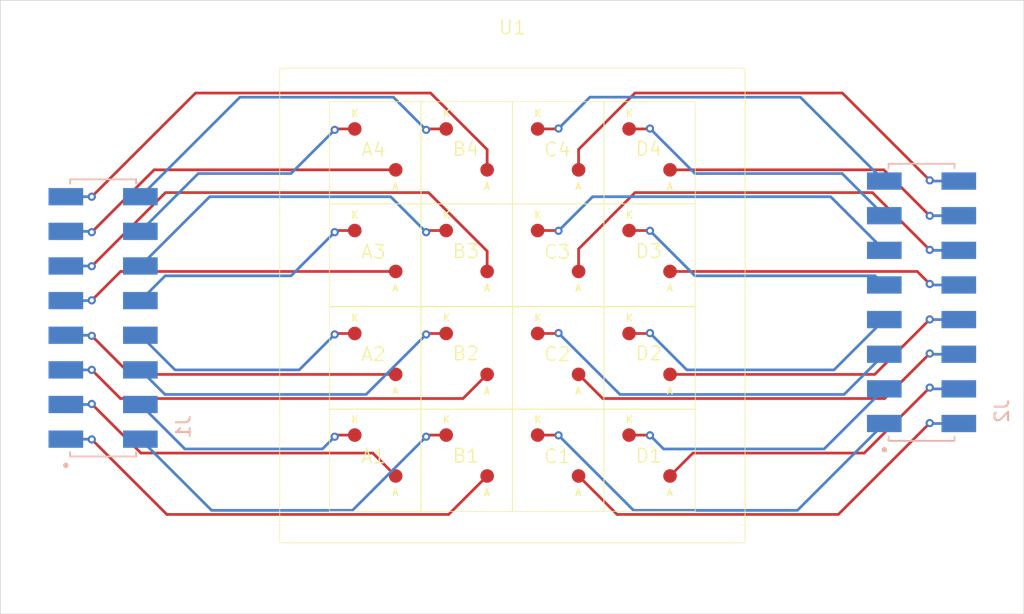
<source format=kicad_pcb>
(kicad_pcb (version 20241229) (generator "pcbnew") (generator_version "9.0")
  (layers (0 "F.Cu" signal) (2 "B.Cu" signal) (13 "F.Paste" user) (15 "B.Paste" user) (5 "F.SilkS" user "F.Silkscreen") (7 "B.SilkS" user "B.Silkscreen") (1 "F.Mask" user) (3 "B.Mask" user) (25 "Edge.Cuts" user))
  (net 0 "")
  (net 1 "Net-(J1-Pad16)")
  (net 2 "Net-(J1-Pad09)")
  (net 3 "Net-(J1-Pad10)")
  (net 4 "Net-(J1-Pad12)")
  (net 5 "Net-(J1-Pad03)")
  (net 6 "Net-(J1-Pad08)")
  (net 7 "Net-(J1-Pad05)")
  (net 8 "Net-(J1-Pad04)")
  (net 9 "Net-(J1-Pad02)")
  (net 10 "Net-(J1-Pad13)")
  (net 11 "Net-(J1-Pad06)")
  (net 12 "Net-(J1-Pad07)")
  (net 13 "Net-(J1-Pad14)")
  (net 14 "Net-(J1-Pad15)")
  (net 15 "Net-(J1-Pad11)")
  (net 16 "Net-(J1-Pad01)")
  (net 17 "Net-(J2-Pad13)")
  (net 18 "Net-(J2-Pad01)")
  (net 19 "Net-(J2-Pad04)")
  (net 20 "Net-(J2-Pad15)")
  (net 21 "Net-(J2-Pad02)")
  (net 22 "Net-(J2-Pad06)")
  (net 23 "Net-(J2-Pad14)")
  (net 24 "Net-(J2-Pad08)")
  (net 25 "Net-(J2-Pad11)")
  (net 26 "Net-(J2-Pad05)")
  (net 27 "Net-(J2-Pad03)")
  (net 28 "Net-(J2-Pad09)")
  (net 29 "Net-(J2-Pad10)")
  (net 30 "Net-(J2-Pad07)")
  (net 31 "Net-(J2-Pad12)")
  (net 32 "Net-(J2-Pad16)")
  (footprint "S13775-9121:mini-tile" (layer "F.Cu") (at 148.62 90.13)
    (property "Reference" "U1" (at 0 -20.45 0) (layer "F.SilkS") (effects (font (thickness 0.1))))
    (property "Value" "~")
    (fp_rect (start -17.05 -17.45) (end 17.05 17.35) (stroke (width 0.05)) (fill no) (layer "F.SilkS"))
    (fp_rect (start -13.4 -15) (end -6.7 -7.5) (stroke (width 0.05)) (fill no) (layer "F.SilkS"))
    (fp_rect (start -13.4 -7.5) (end -6.7 0) (stroke (width 0.05)) (fill no) (layer "F.SilkS"))
    (fp_rect (start -13.4 0.05) (end -6.7 7.55) (stroke (width 0.05)) (fill no) (layer "F.SilkS"))
    (fp_rect (start -13.4 7.55) (end -6.7 15.05) (stroke (width 0.05)) (fill no) (layer "F.SilkS"))
    (fp_rect (start -6.7 -15) (end 0 -7.5) (stroke (width 0.05)) (fill no) (layer "F.SilkS"))
    (fp_rect (start -6.7 -7.5) (end 0 0) (stroke (width 0.05)) (fill no) (layer "F.SilkS"))
    (fp_rect (start -6.7 0.05) (end 0 7.55) (stroke (width 0.05)) (fill no) (layer "F.SilkS"))
    (fp_rect (start -6.7 7.55) (end 0 15.05) (stroke (width 0.05)) (fill no) (layer "F.SilkS"))
    (fp_rect (start 0 -15) (end 6.7 -7.5) (stroke (width 0.05)) (fill no) (layer "F.SilkS"))
    (fp_rect (start 0 -7.5) (end 6.7 0) (stroke (width 0.05)) (fill no) (layer "F.SilkS"))
    (fp_rect (start 0 0.05) (end 6.7 7.55) (stroke (width 0.05)) (fill no) (layer "F.SilkS"))
    (fp_rect (start 0 7.55) (end 6.7 15.05) (stroke (width 0.05)) (fill no) (layer "F.SilkS"))
    (fp_rect (start 6.7 -15) (end 13.4 -7.5) (stroke (width 0.05)) (fill no) (layer "F.SilkS"))
    (fp_rect (start 6.7 -7.5) (end 13.4 0) (stroke (width 0.05)) (fill no) (layer "F.SilkS"))
    (fp_rect (start 6.7 0.05) (end 13.4 7.55) (stroke (width 0.05)) (fill no) (layer "F.SilkS"))
    (fp_rect (start 6.7 7.55) (end 13.4 15.05) (stroke (width 0.05)) (fill no) (layer "F.SilkS"))
    (fp_text user "D1" (at 8.95 11.55 0) (layer "F.SilkS") (effects (font (thickness 0.1)) (justify left bottom)))
    (fp_text user "A" (at -8.85 -1.05 0) (layer "F.SilkS") (effects (font (size 0.5 0.5) (thickness 0.1)) (justify left bottom)))
    (fp_text user "A" (at -2.15 -1.05 0) (layer "F.SilkS") (effects (font (size 0.5 0.5) (thickness 0.1)) (justify left bottom)))
    (fp_text user "A2" (at -11.15 4.1 0) (layer "F.SilkS") (effects (font (thickness 0.1)) (justify left bottom)))
    (fp_text user "B4" (at -4.45 -10.95 0) (layer "F.SilkS") (effects (font (thickness 0.1)) (justify left bottom)))
    (fp_text user "A" (at -8.85 6.5 0) (layer "F.SilkS") (effects (font (size 0.5 0.5) (thickness 0.1)) (justify left bottom)))
    (fp_text user "K" (at -5.15 1.15 0) (layer "F.SilkS") (effects (font (size 0.5 0.5) (thickness 0.1)) (justify left bottom)))
    (fp_text user "A" (at -8.85 -8.5 0) (layer "F.SilkS") (effects (font (size 0.5 0.5) (thickness 0.1)) (justify left bottom)))
    (fp_text user "K" (at 1.55 -6.4 0) (layer "F.SilkS") (effects (font (size 0.5 0.5) (thickness 0.1)) (justify left bottom)))
    (fp_text user "K" (at 1.55 -13.85 0) (layer "F.SilkS") (effects (font (size 0.5 0.5) (thickness 0.1)) (justify left bottom)))
    (fp_text user "A" (at 11.25 6.5 0) (layer "F.SilkS") (effects (font (size 0.5 0.5) (thickness 0.1)) (justify left bottom)))
    (fp_text user "K" (at -11.85 8.6 0) (layer "F.SilkS") (effects (font (size 0.5 0.5) (thickness 0.1)) (justify left bottom)))
    (fp_text user "K" (at 8.25 -6.4 0) (layer "F.SilkS") (effects (font (size 0.5 0.5) (thickness 0.1)) (justify left bottom)))
    (fp_text user "D3" (at 8.95 -3.45 0) (layer "F.SilkS") (effects (font (thickness 0.1)) (justify left bottom)))
    (fp_text user "K" (at 1.55 8.6 0) (layer "F.SilkS") (effects (font (size 0.5 0.5) (thickness 0.1)) (justify left bottom)))
    (fp_text user "C3" (at 2.25 -3.4 0) (layer "F.SilkS") (effects (font (thickness 0.1)) (justify left bottom)))
    (fp_text user "A" (at 4.55 6.5 0) (layer "F.SilkS") (effects (font (size 0.5 0.5) (thickness 0.1)) (justify left bottom)))
    (fp_text user "C4" (at 2.25 -10.9 0) (layer "F.SilkS") (effects (font (thickness 0.1)) (justify left bottom)))
    (fp_text user "A" (at -2.15 13.95 0) (layer "F.SilkS") (effects (font (size 0.5 0.5) (thickness 0.1)) (justify left bottom)))
    (fp_text user "A" (at -2.15 -8.5 0) (layer "F.SilkS") (effects (font (size 0.5 0.5) (thickness 0.1)) (justify left bottom)))
    (fp_text user "B2" (at -4.45 4.05 0) (layer "F.SilkS") (effects (font (thickness 0.1)) (justify left bottom)))
    (fp_text user "A1" (at -11.15 11.6 0) (layer "F.SilkS") (effects (font (thickness 0.1)) (justify left bottom)))
    (fp_text user "A" (at 11.25 -8.5 0) (layer "F.SilkS") (effects (font (size 0.5 0.5) (thickness 0.1)) (justify left bottom)))
    (fp_text user "K" (at -5.15 -13.85 0) (layer "F.SilkS") (effects (font (size 0.5 0.5) (thickness 0.1)) (justify left bottom)))
    (fp_text user "K" (at -11.85 -13.85 0) (layer "F.SilkS") (effects (font (size 0.5 0.5) (thickness 0.1)) (justify left bottom)))
    (fp_text user "A" (at 11.25 -1.05 0) (layer "F.SilkS") (effects (font (size 0.5 0.5) (thickness 0.1)) (justify left bottom)))
    (fp_text user "K" (at 8.25 -13.85 0) (layer "F.SilkS") (effects (font (size 0.5 0.5) (thickness 0.1)) (justify left bottom)))
    (fp_text user "A" (at -2.15 6.5 0) (layer "F.SilkS") (effects (font (size 0.5 0.5) (thickness 0.1)) (justify left bottom)))
    (fp_text user "K" (at -5.15 8.6 0) (layer "F.SilkS") (effects (font (size 0.5 0.5) (thickness 0.1)) (justify left bottom)))
    (fp_text user "K" (at 8.25 8.6 0) (layer "F.SilkS") (effects (font (size 0.5 0.5) (thickness 0.1)) (justify left bottom)))
    (fp_text user "K" (at 8.25 1.15 0) (layer "F.SilkS") (effects (font (size 0.5 0.5) (thickness 0.1)) (justify left bottom)))
    (fp_text user "K" (at 1.55 1.15 0) (layer "F.SilkS") (effects (font (size 0.5 0.5) (thickness 0.1)) (justify left bottom)))
    (fp_text user "A" (at 11.25 13.95 0) (layer "F.SilkS") (effects (font (size 0.5 0.5) (thickness 0.1)) (justify left bottom)))
    (fp_text user "A4" (at -11.15 -10.9 0) (layer "F.SilkS") (effects (font (thickness 0.1)) (justify left bottom)))
    (fp_text user "A" (at 4.55 13.95 0) (layer "F.SilkS") (effects (font (size 0.5 0.5) (thickness 0.1)) (justify left bottom)))
    (fp_text user "B3" (at -4.45 -3.45 0) (layer "F.SilkS") (effects (font (thickness 0.1)) (justify left bottom)))
    (fp_text user "A" (at 4.55 -8.5 0) (layer "F.SilkS") (effects (font (size 0.5 0.5) (thickness 0.1)) (justify left bottom)))
    (fp_text user "B1" (at -4.45 11.55 0) (layer "F.SilkS") (effects (font (thickness 0.1)) (justify left bottom)))
    (fp_text user "K" (at -11.85 -6.4 0) (layer "F.SilkS") (effects (font (size 0.5 0.5) (thickness 0.1)) (justify left bottom)))
    (fp_text user "C2" (at 2.25 4.1 0) (layer "F.SilkS") (effects (font (thickness 0.1)) (justify left bottom)))
    (fp_text user "K" (at -11.85 1.15 0) (layer "F.SilkS") (effects (font (size 0.5 0.5) (thickness 0.1)) (justify left bottom)))
    (fp_text user "D2" (at 8.95 4.05 0) (layer "F.SilkS") (effects (font (thickness 0.1)) (justify left bottom)))
    (fp_text user "A" (at -8.85 13.95 0) (layer "F.SilkS") (effects (font (size 0.5 0.5) (thickness 0.1)) (justify left bottom)))
    (fp_text user "C1" (at 2.25 11.6 0) (layer "F.SilkS") (effects (font (thickness 0.1)) (justify left bottom)))
    (fp_text user "A" (at 4.55 -1.05 0) (layer "F.SilkS") (effects (font (size 0.5 0.5) (thickness 0.1)) (justify left bottom)))
    (fp_text user "A3" (at -11.15 -3.4 0) (layer "F.SilkS") (effects (font (thickness 0.1)) (justify left bottom)))
    (fp_text user "D4" (at 8.95 -10.95 0) (layer "F.SilkS") (effects (font (thickness 0.1)) (justify left bottom)))
    (fp_text user "K" (at -5.15 -6.4 0) (layer "F.SilkS") (effects (font (size 0.5 0.5) (thickness 0.1)) (justify left bottom)))
    (pad "AA1" smd circle (at -8.55 12.45) (size 1 1) (layers "F.Cu" "F.Mask" "F.Paste") (net 5 "Net-(J1-Pad03)"))
    (pad "AA2" smd circle (at -8.55 5) (size 1 1) (layers "F.Cu" "F.Mask" "F.Paste") (net 12 "Net-(J1-Pad07)"))
    (pad "AA3" smd circle (at -8.55 -2.55) (size 1 1) (layers "F.Cu" "F.Mask" "F.Paste") (net 2 "Net-(J1-Pad09)"))
    (pad "AA4" smd circle (at -8.55 -10) (size 1 1) (layers "F.Cu" "F.Mask" "F.Paste") (net 10 "Net-(J1-Pad13)"))
    (pad "AB1" smd circle (at -1.85 12.45) (size 1 1) (layers "F.Cu" "F.Mask" "F.Paste") (net 16 "Net-(J1-Pad01)"))
    (pad "AB2" smd circle (at -1.85 5) (size 1 1) (layers "F.Cu" "F.Mask" "F.Paste") (net 7 "Net-(J1-Pad05)"))
    (pad "AB3" smd circle (at -1.85 -2.55) (size 1 1) (layers "F.Cu" "F.Mask" "F.Paste") (net 15 "Net-(J1-Pad11)"))
    (pad "AB4" smd circle (at -1.85 -10) (size 1 1) (layers "F.Cu" "F.Mask" "F.Paste") (net 14 "Net-(J1-Pad15)"))
    (pad "AC1" smd circle (at 4.85 12.45) (size 1 1) (layers "F.Cu" "F.Mask" "F.Paste") (net 21 "Net-(J2-Pad02)"))
    (pad "AC2" smd circle (at 4.85 5) (size 1 1) (layers "F.Cu" "F.Mask" "F.Paste") (net 22 "Net-(J2-Pad06)"))
    (pad "AC3" smd circle (at 4.85 -2.55) (size 1 1) (layers "F.Cu" "F.Mask" "F.Paste") (net 31 "Net-(J2-Pad12)"))
    (pad "AC4" smd circle (at 4.85 -10) (size 1 1) (layers "F.Cu" "F.Mask" "F.Paste") (net 32 "Net-(J2-Pad16)"))
    (pad "AD1" smd circle (at 11.55 12.45) (size 1 1) (layers "F.Cu" "F.Mask" "F.Paste") (net 19 "Net-(J2-Pad04)"))
    (pad "AD2" smd circle (at 11.55 5) (size 1 1) (layers "F.Cu" "F.Mask" "F.Paste") (net 24 "Net-(J2-Pad08)"))
    (pad "AD3" smd circle (at 11.55 -2.55) (size 1 1) (layers "F.Cu" "F.Mask" "F.Paste") (net 29 "Net-(J2-Pad10)"))
    (pad "AD4" smd circle (at 11.55 -10) (size 1 1) (layers "F.Cu" "F.Mask" "F.Paste") (net 23 "Net-(J2-Pad14)"))
    (pad "KA1" smd circle (at -11.55 9.45) (size 1 1) (layers "F.Cu" "F.Mask" "F.Paste") (net 8 "Net-(J1-Pad04)"))
    (pad "KA2" smd circle (at -11.55 2) (size 1 1) (layers "F.Cu" "F.Mask" "F.Paste") (net 6 "Net-(J1-Pad08)"))
    (pad "KA3" smd circle (at -11.55 -5.55) (size 1 1) (layers "F.Cu" "F.Mask" "F.Paste") (net 3 "Net-(J1-Pad10)"))
    (pad "KA4" smd circle (at -11.55 -13) (size 1 1) (layers "F.Cu" "F.Mask" "F.Paste") (net 13 "Net-(J1-Pad14)"))
    (pad "KB1" smd circle (at -4.85 9.45) (size 1 1) (layers "F.Cu" "F.Mask" "F.Paste") (net 9 "Net-(J1-Pad02)"))
    (pad "KB2" smd circle (at -4.85 2) (size 1 1) (layers "F.Cu" "F.Mask" "F.Paste") (net 11 "Net-(J1-Pad06)"))
    (pad "KB3" smd circle (at -4.85 -5.55) (size 1 1) (layers "F.Cu" "F.Mask" "F.Paste") (net 4 "Net-(J1-Pad12)"))
    (pad "KB4" smd circle (at -4.85 -13) (size 1 1) (layers "F.Cu" "F.Mask" "F.Paste") (net 1 "Net-(J1-Pad16)"))
    (pad "KC1" smd circle (at 1.85 9.45) (size 1 1) (layers "F.Cu" "F.Mask" "F.Paste") (net 18 "Net-(J2-Pad01)"))
    (pad "KC2" smd circle (at 1.85 2) (size 1 1) (layers "F.Cu" "F.Mask" "F.Paste") (net 26 "Net-(J2-Pad05)"))
    (pad "KC3" smd circle (at 1.85 -5.55) (size 1 1) (layers "F.Cu" "F.Mask" "F.Paste") (net 25 "Net-(J2-Pad11)"))
    (pad "KC4" smd circle (at 1.85 -13) (size 1 1) (layers "F.Cu" "F.Mask" "F.Paste") (net 20 "Net-(J2-Pad15)"))
    (pad "KD1" smd circle (at 8.55 9.45) (size 1 1) (layers "F.Cu" "F.Mask" "F.Paste") (net 27 "Net-(J2-Pad03)"))
    (pad "KD2" smd circle (at 8.55 2) (size 1 1) (layers "F.Cu" "F.Mask" "F.Paste") (net 30 "Net-(J2-Pad07)"))
    (pad "KD3" smd circle (at 8.55 -5.55) (size 1 1) (layers "F.Cu" "F.Mask" "F.Paste") (net 28 "Net-(J2-Pad09)"))
    (pad "KD4" smd circle (at 8.55 -13) (size 1 1) (layers "F.Cu" "F.Mask" "F.Paste") (net 17 "Net-(J2-Pad13)"))
  )
  (footprint "95278_101A16LF:AMPHENOL_95278-101A16LF" (layer "B.Cu") (at 178.6 89.8425 90)
    (property "Reference" "J2" (at -7.985 5.885 90) (layer "B.SilkS") (effects (justify mirror)))
    (property "Value" "95278-101A16LF")
    (fp_line (start 9.845 -2.415) (end 10.16 -2.415) (stroke (width 0.127)) (layer "B.SilkS"))
    (fp_line (start -9.845 -2.415) (end -10.16 -2.415) (stroke (width 0.127)) (layer "B.SilkS"))
    (fp_line (start -10.16 -2.415) (end -10.16 2.415) (stroke (width 0.127)) (layer "B.SilkS"))
    (fp_line (start 10.16 2.415) (end 10.16 -2.415) (stroke (width 0.127)) (layer "B.SilkS"))
    (fp_line (start 9.845 2.415) (end 10.16 2.415) (stroke (width 0.127)) (layer "B.SilkS"))
    (fp_line (start -10.16 2.415) (end -9.845 2.415) (stroke (width 0.127)) (layer "B.SilkS"))
    (fp_circle (center -10.81 -2.73) (end -10.71 -2.73) (stroke (width 0.2)) (fill no) (layer "B.SilkS"))
    (pad "01" smd rect (at -8.89 -2.73 90) (size 1.27 2.54) (layers "B.Cu" "B.Mask" "B.Paste") (net 18 "Net-(J2-Pad01)"))
    (pad "02" smd rect (at -8.89 2.73 90) (size 1.27 2.54) (layers "B.Cu" "B.Mask" "B.Paste") (net 21 "Net-(J2-Pad02)"))
    (pad "03" smd rect (at -6.35 -2.73 90) (size 1.27 2.54) (layers "B.Cu" "B.Mask" "B.Paste") (net 27 "Net-(J2-Pad03)"))
    (pad "04" smd rect (at -6.35 2.73 90) (size 1.27 2.54) (layers "B.Cu" "B.Mask" "B.Paste") (net 19 "Net-(J2-Pad04)"))
    (pad "05" smd rect (at -3.81 -2.73 90) (size 1.27 2.54) (layers "B.Cu" "B.Mask" "B.Paste") (net 26 "Net-(J2-Pad05)"))
    (pad "06" smd rect (at -3.81 2.73 90) (size 1.27 2.54) (layers "B.Cu" "B.Mask" "B.Paste") (net 22 "Net-(J2-Pad06)"))
    (pad "07" smd rect (at -1.27 -2.73 90) (size 1.27 2.54) (layers "B.Cu" "B.Mask" "B.Paste") (net 30 "Net-(J2-Pad07)"))
    (pad "08" smd rect (at -1.27 2.73 90) (size 1.27 2.54) (layers "B.Cu" "B.Mask" "B.Paste") (net 24 "Net-(J2-Pad08)"))
    (pad "09" smd rect (at 1.27 -2.73 90) (size 1.27 2.54) (layers "B.Cu" "B.Mask" "B.Paste") (net 28 "Net-(J2-Pad09)"))
    (pad "10" smd rect (at 1.27 2.73 90) (size 1.27 2.54) (layers "B.Cu" "B.Mask" "B.Paste") (net 29 "Net-(J2-Pad10)"))
    (pad "11" smd rect (at 3.81 -2.73 90) (size 1.27 2.54) (layers "B.Cu" "B.Mask" "B.Paste") (net 25 "Net-(J2-Pad11)"))
    (pad "12" smd rect (at 3.81 2.73 90) (size 1.27 2.54) (layers "B.Cu" "B.Mask" "B.Paste") (net 31 "Net-(J2-Pad12)"))
    (pad "13" smd rect (at 6.35 -2.73 90) (size 1.27 2.54) (layers "B.Cu" "B.Mask" "B.Paste") (net 17 "Net-(J2-Pad13)"))
    (pad "14" smd rect (at 6.35 2.73 90) (size 1.27 2.54) (layers "B.Cu" "B.Mask" "B.Paste") (net 23 "Net-(J2-Pad14)"))
    (pad "15" smd rect (at 8.89 -2.73 90) (size 1.27 2.54) (layers "B.Cu" "B.Mask" "B.Paste") (net 20 "Net-(J2-Pad15)"))
    (pad "16" smd rect (at 8.89 2.73 90) (size 1.27 2.54) (layers "B.Cu" "B.Mask" "B.Paste") (net 32 "Net-(J2-Pad16)"))
  )
  (footprint "95278_101A16LF:AMPHENOL_95278-101A16LF" (layer "B.Cu") (at 118.63 90.99 90)
    (property "Reference" "J1" (at -7.985 5.885 90) (layer "B.SilkS") (effects (justify mirror)))
    (property "Value" "95278-101A16LF")
    (fp_line (start 9.845 -2.415) (end 10.16 -2.415) (stroke (width 0.127)) (layer "B.SilkS"))
    (fp_line (start -9.845 -2.415) (end -10.16 -2.415) (stroke (width 0.127)) (layer "B.SilkS"))
    (fp_line (start -10.16 -2.415) (end -10.16 2.415) (stroke (width 0.127)) (layer "B.SilkS"))
    (fp_line (start 10.16 2.415) (end 10.16 -2.415) (stroke (width 0.127)) (layer "B.SilkS"))
    (fp_line (start 9.845 2.415) (end 10.16 2.415) (stroke (width 0.127)) (layer "B.SilkS"))
    (fp_line (start -10.16 2.415) (end -9.845 2.415) (stroke (width 0.127)) (layer "B.SilkS"))
    (fp_circle (center -10.81 -2.73) (end -10.71 -2.73) (stroke (width 0.2)) (fill no) (layer "B.SilkS"))
    (pad "01" smd rect (at -8.89 -2.73 90) (size 1.27 2.54) (layers "B.Cu" "B.Mask" "B.Paste") (net 16 "Net-(J1-Pad01)"))
    (pad "02" smd rect (at -8.89 2.73 90) (size 1.27 2.54) (layers "B.Cu" "B.Mask" "B.Paste") (net 9 "Net-(J1-Pad02)"))
    (pad "03" smd rect (at -6.35 -2.73 90) (size 1.27 2.54) (layers "B.Cu" "B.Mask" "B.Paste") (net 5 "Net-(J1-Pad03)"))
    (pad "04" smd rect (at -6.35 2.73 90) (size 1.27 2.54) (layers "B.Cu" "B.Mask" "B.Paste") (net 8 "Net-(J1-Pad04)"))
    (pad "05" smd rect (at -3.81 -2.73 90) (size 1.27 2.54) (layers "B.Cu" "B.Mask" "B.Paste") (net 7 "Net-(J1-Pad05)"))
    (pad "06" smd rect (at -3.81 2.73 90) (size 1.27 2.54) (layers "B.Cu" "B.Mask" "B.Paste") (net 11 "Net-(J1-Pad06)"))
    (pad "07" smd rect (at -1.27 -2.73 90) (size 1.27 2.54) (layers "B.Cu" "B.Mask" "B.Paste") (net 12 "Net-(J1-Pad07)"))
    (pad "08" smd rect (at -1.27 2.73 90) (size 1.27 2.54) (layers "B.Cu" "B.Mask" "B.Paste") (net 6 "Net-(J1-Pad08)"))
    (pad "09" smd rect (at 1.27 -2.73 90) (size 1.27 2.54) (layers "B.Cu" "B.Mask" "B.Paste") (net 2 "Net-(J1-Pad09)"))
    (pad "10" smd rect (at 1.27 2.73 90) (size 1.27 2.54) (layers "B.Cu" "B.Mask" "B.Paste") (net 3 "Net-(J1-Pad10)"))
    (pad "11" smd rect (at 3.81 -2.73 90) (size 1.27 2.54) (layers "B.Cu" "B.Mask" "B.Paste") (net 15 "Net-(J1-Pad11)"))
    (pad "12" smd rect (at 3.81 2.73 90) (size 1.27 2.54) (layers "B.Cu" "B.Mask" "B.Paste") (net 4 "Net-(J1-Pad12)"))
    (pad "13" smd rect (at 6.35 -2.73 90) (size 1.27 2.54) (layers "B.Cu" "B.Mask" "B.Paste") (net 10 "Net-(J1-Pad13)"))
    (pad "14" smd rect (at 6.35 2.73 90) (size 1.27 2.54) (layers "B.Cu" "B.Mask" "B.Paste") (net 13 "Net-(J1-Pad14)"))
    (pad "15" smd rect (at 8.89 -2.73 90) (size 1.27 2.54) (layers "B.Cu" "B.Mask" "B.Paste") (net 14 "Net-(J1-Pad15)"))
    (pad "16" smd rect (at 8.89 2.73 90) (size 1.27 2.54) (layers "B.Cu" "B.Mask" "B.Paste") (net 1 "Net-(J1-Pad16)"))
  )
  (gr_rect (start 111.1 67.7) (end 186.1 112.7) (stroke (width 0.05)) (fill no) (layer "Edge.Cuts"))
  (segment (start 142.37 77.13) (end 142.3 77.2) (width 0.2) (layer "F.Cu") (net 1))
  (segment (start 143.77 77.13) (end 142.37 77.13) (width 0.2) (layer "F.Cu") (net 1))
  (via (at 142.3 77.2) (size 0.6) (drill 0.3) (layers "F.Cu" "B.Cu") (net 1))
  (segment (start 128.66 74.8) (end 121.36 82.1) (width 0.2) (layer "B.Cu") (net 1))
  (segment (start 139.9 74.8) (end 128.66 74.8) (width 0.2) (layer "B.Cu") (net 1))
  (segment (start 142.3 77.2) (end 139.9 74.8) (width 0.2) (layer "B.Cu") (net 1))
  (segment (start 140.07 87.58) (end 119.92 87.58) (width 0.2) (layer "F.Cu") (net 2))
  (segment (start 119.92 87.58) (end 117.8 89.7) (width 0.2) (layer "F.Cu") (net 2))
  (via (at 117.8 89.7) (size 0.6) (drill 0.3) (layers "F.Cu" "B.Cu") (net 2))
  (segment (start 117.78 89.72) (end 117.8 89.7) (width 0.2) (layer "B.Cu") (net 2))
  (segment (start 115.9 89.72) (end 117.78 89.72) (width 0.2) (layer "B.Cu") (net 2))
  (segment (start 135.72 84.58) (end 135.6 84.7) (width 0.2) (layer "F.Cu") (net 3))
  (segment (start 137.07 84.58) (end 135.72 84.58) (width 0.2) (layer "F.Cu") (net 3))
  (via (at 135.6 84.7) (size 0.6) (drill 0.3) (layers "F.Cu" "B.Cu") (net 3))
  (segment (start 132.4 87.9) (end 123.18 87.9) (width 0.2) (layer "B.Cu") (net 3))
  (segment (start 135.6 84.7) (end 132.4 87.9) (width 0.2) (layer "B.Cu") (net 3))
  (segment (start 123.18 87.9) (end 121.36 89.72) (width 0.2) (layer "B.Cu") (net 3))
  (segment (start 142.42 84.58) (end 142.3 84.7) (width 0.2) (layer "F.Cu") (net 4))
  (segment (start 143.77 84.58) (end 142.42 84.58) (width 0.2) (layer "F.Cu") (net 4))
  (via (at 142.3 84.7) (size 0.6) (drill 0.3) (layers "F.Cu" "B.Cu") (net 4))
  (segment (start 139.7 82.1) (end 126.44 82.1) (width 0.2) (layer "B.Cu") (net 4))
  (segment (start 126.44 82.1) (end 121.36 87.18) (width 0.2) (layer "B.Cu") (net 4))
  (segment (start 142.3 84.7) (end 139.7 82.1) (width 0.2) (layer "B.Cu") (net 4))
  (segment (start 121.4 100.9) (end 117.8 97.3) (width 0.2) (layer "F.Cu") (net 5))
  (segment (start 140.07 102.58) (end 138.39 100.9) (width 0.2) (layer "F.Cu") (net 5))
  (segment (start 138.39 100.9) (end 121.4 100.9) (width 0.2) (layer "F.Cu") (net 5))
  (via (at 117.8 97.3) (size 0.6) (drill 0.3) (layers "F.Cu" "B.Cu") (net 5))
  (segment (start 117.76 97.34) (end 117.8 97.3) (width 0.2) (layer "B.Cu") (net 5))
  (segment (start 115.9 97.34) (end 117.76 97.34) (width 0.2) (layer "B.Cu") (net 5))
  (segment (start 137.07 92.13) (end 135.67 92.13) (width 0.2) (layer "F.Cu") (net 6))
  (segment (start 135.67 92.13) (end 135.6 92.2) (width 0.2) (layer "F.Cu") (net 6))
  (via (at 135.6 92.2) (size 0.6) (drill 0.3) (layers "F.Cu" "B.Cu") (net 6))
  (segment (start 123.9 94.8) (end 121.36 92.26) (width 0.2) (layer "B.Cu") (net 6))
  (segment (start 135.6 92.2) (end 133 94.8) (width 0.2) (layer "B.Cu") (net 6))
  (segment (start 133 94.8) (end 123.9 94.8) (width 0.2) (layer "B.Cu") (net 6))
  (segment (start 119.9 96.9) (end 117.8 94.8) (width 0.2) (layer "F.Cu") (net 7))
  (segment (start 146.77 95.13) (end 145 96.9) (width 0.2) (layer "F.Cu") (net 7))
  (segment (start 145 96.9) (end 119.9 96.9) (width 0.2) (layer "F.Cu") (net 7))
  (via (at 117.8 94.8) (size 0.6) (drill 0.3) (layers "F.Cu" "B.Cu") (net 7))
  (segment (start 115.9 94.8) (end 117.8 94.8) (width 0.2) (layer "B.Cu") (net 7))
  (segment (start 137.07 99.58) (end 135.72 99.58) (width 0.2) (layer "F.Cu") (net 8))
  (segment (start 135.72 99.58) (end 135.6 99.7) (width 0.2) (layer "F.Cu") (net 8))
  (via (at 135.6 99.7) (size 0.6) (drill 0.3) (layers "F.Cu" "B.Cu") (net 8))
  (segment (start 134.7 100.6) (end 124.62 100.6) (width 0.2) (layer "B.Cu") (net 8))
  (segment (start 124.62 100.6) (end 121.36 97.34) (width 0.2) (layer "B.Cu") (net 8))
  (segment (start 135.6 99.7) (end 134.7 100.6) (width 0.2) (layer "B.Cu") (net 8))
  (segment (start 142.42 99.58) (end 142.3 99.7) (width 0.2) (layer "F.Cu") (net 9))
  (segment (start 143.77 99.58) (end 142.42 99.58) (width 0.2) (layer "F.Cu") (net 9))
  (via (at 142.3 99.7) (size 0.6) (drill 0.3) (layers "F.Cu" "B.Cu") (net 9))
  (segment (start 136.9 105.1) (end 126.58 105.1) (width 0.2) (layer "B.Cu") (net 9))
  (segment (start 142.3 99.7) (end 136.9 105.1) (width 0.2) (layer "B.Cu") (net 9))
  (segment (start 126.58 105.1) (end 121.36 99.88) (width 0.2) (layer "B.Cu") (net 9))
  (segment (start 122.37 80.13) (end 117.8 84.7) (width 0.2) (layer "F.Cu") (net 10))
  (segment (start 140.07 80.13) (end 122.37 80.13) (width 0.2) (layer "F.Cu") (net 10))
  (via (at 117.8 84.7) (size 0.6) (drill 0.3) (layers "F.Cu" "B.Cu") (net 10))
  (segment (start 115.9 84.64) (end 117.74 84.64) (width 0.2) (layer "B.Cu") (net 10))
  (segment (start 117.74 84.64) (end 117.8 84.7) (width 0.2) (layer "B.Cu") (net 10))
  (segment (start 142.37 92.13) (end 142.3 92.2) (width 0.2) (layer "F.Cu") (net 11))
  (segment (start 143.77 92.13) (end 142.37 92.13) (width 0.2) (layer "F.Cu") (net 11))
  (via (at 142.3 92.2) (size 0.6) (drill 0.3) (layers "F.Cu" "B.Cu") (net 11))
  (segment (start 123.16 96.6) (end 121.36 94.8) (width 0.2) (layer "B.Cu") (net 11))
  (segment (start 137.9 96.6) (end 123.16 96.6) (width 0.2) (layer "B.Cu") (net 11))
  (segment (start 142.3 92.2) (end 137.9 96.6) (width 0.2) (layer "B.Cu") (net 11))
  (segment (start 120.63 95.13) (end 117.8 92.3) (width 0.2) (layer "F.Cu") (net 12))
  (segment (start 140.07 95.13) (end 120.63 95.13) (width 0.2) (layer "F.Cu") (net 12))
  (via (at 117.8 92.3) (size 0.6) (drill 0.3) (layers "F.Cu" "B.Cu") (net 12))
  (segment (start 117.76 92.26) (end 117.8 92.3) (width 0.2) (layer "B.Cu") (net 12))
  (segment (start 115.9 92.26) (end 117.76 92.26) (width 0.2) (layer "B.Cu") (net 12))
  (segment (start 137.07 77.13) (end 135.67 77.13) (width 0.2) (layer "F.Cu") (net 13))
  (segment (start 135.67 77.13) (end 135.6 77.2) (width 0.2) (layer "F.Cu") (net 13))
  (via (at 135.6 77.2) (size 0.6) (drill 0.3) (layers "F.Cu" "B.Cu") (net 13))
  (segment (start 132.4 80.4) (end 125.6 80.4) (width 0.2) (layer "B.Cu") (net 13))
  (segment (start 135.6 77.2) (end 132.4 80.4) (width 0.2) (layer "B.Cu") (net 13))
  (segment (start 125.6 80.4) (end 121.36 84.64) (width 0.2) (layer "B.Cu") (net 13))
  (segment (start 142.626339 74.5) (end 125.4 74.5) (width 0.2) (layer "F.Cu") (net 14))
  (segment (start 146.77 80.13) (end 146.77 78.643661) (width 0.2) (layer "F.Cu") (net 14))
  (segment (start 146.77 78.643661) (end 142.626339 74.5) (width 0.2) (layer "F.Cu") (net 14))
  (segment (start 125.4 74.5) (end 117.8 82.1) (width 0.2) (layer "F.Cu") (net 14))
  (via (at 117.8 82.1) (size 0.6) (drill 0.3) (layers "F.Cu" "B.Cu") (net 14))
  (segment (start 117.8 82.1) (end 115.9 82.1) (width 0.2) (layer "B.Cu") (net 14))
  (segment (start 146.77 86.093661) (end 142.476339 81.8) (width 0.2) (layer "F.Cu") (net 15))
  (segment (start 123.2 81.8) (end 117.8 87.2) (width 0.2) (layer "F.Cu") (net 15))
  (segment (start 142.476339 81.8) (end 123.2 81.8) (width 0.2) (layer "F.Cu") (net 15))
  (segment (start 146.77 87.58) (end 146.77 86.093661) (width 0.2) (layer "F.Cu") (net 15))
  (via (at 117.8 87.2) (size 0.6) (drill 0.3) (layers "F.Cu" "B.Cu") (net 15))
  (segment (start 115.9 87.18) (end 117.78 87.18) (width 0.2) (layer "B.Cu") (net 15))
  (segment (start 117.78 87.18) (end 117.8 87.2) (width 0.2) (layer "B.Cu") (net 15))
  (segment (start 123.3 105.4) (end 117.8 99.9) (width 0.2) (layer "F.Cu") (net 16))
  (segment (start 146.77 102.58) (end 143.95 105.4) (width 0.2) (layer "F.Cu") (net 16))
  (segment (start 143.95 105.4) (end 123.3 105.4) (width 0.2) (layer "F.Cu") (net 16))
  (via (at 117.8 99.9) (size 0.6) (drill 0.3) (layers "F.Cu" "B.Cu") (net 16))
  (segment (start 117.78 99.88) (end 117.8 99.9) (width 0.2) (layer "B.Cu") (net 16))
  (segment (start 115.9 99.88) (end 117.78 99.88) (width 0.2) (layer "B.Cu") (net 16))
  (segment (start 158.67 77.13) (end 158.7 77.1) (width 0.2) (layer "F.Cu") (net 17))
  (segment (start 157.17 77.13) (end 158.67 77.13) (width 0.2) (layer "F.Cu") (net 17))
  (via (at 158.7 77.1) (size 0.6) (drill 0.3) (layers "F.Cu" "B.Cu") (net 17))
  (segment (start 158.7 77.1) (end 162 80.4) (width 0.2) (layer "B.Cu") (net 17))
  (segment (start 172.7775 80.4) (end 175.87 83.4925) (width 0.2) (layer "B.Cu") (net 17))
  (segment (start 162 80.4) (end 172.7775 80.4) (width 0.2) (layer "B.Cu") (net 17))
  (segment (start 151.98 99.58) (end 152 99.6) (width 0.2) (layer "F.Cu") (net 18))
  (segment (start 150.47 99.58) (end 151.98 99.58) (width 0.2) (layer "F.Cu") (net 18))
  (via (at 152 99.6) (size 0.6) (drill 0.3) (layers "F.Cu" "B.Cu") (net 18))
  (segment (start 169.5025 105.1) (end 175.87 98.7325) (width 0.2) (layer "B.Cu") (net 18))
  (segment (start 152 99.6) (end 157.5 105.1) (width 0.2) (layer "B.Cu") (net 18))
  (segment (start 157.5 105.1) (end 169.5025 105.1) (width 0.2) (layer "B.Cu") (net 18))
  (segment (start 174.4 100.9) (end 161.85 100.9) (width 0.2) (layer "F.Cu") (net 19))
  (segment (start 179.2 96.1) (end 174.4 100.9) (width 0.2) (layer "F.Cu") (net 19))
  (segment (start 161.85 100.9) (end 160.17 102.58) (width 0.2) (layer "F.Cu") (net 19))
  (via (at 179.2 96.1) (size 0.6) (drill 0.3) (layers "F.Cu" "B.Cu") (net 19))
  (segment (start 179.2925 96.1925) (end 179.2 96.1) (width 0.2) (layer "B.Cu") (net 19))
  (segment (start 181.33 96.1925) (end 179.2925 96.1925) (width 0.2) (layer "B.Cu") (net 19))
  (segment (start 151.97 77.13) (end 152 77.1) (width 0.2) (layer "F.Cu") (net 20))
  (segment (start 150.47 77.13) (end 151.97 77.13) (width 0.2) (layer "F.Cu") (net 20))
  (via (at 152 77.1) (size 0.6) (drill 0.3) (layers "F.Cu" "B.Cu") (net 20))
  (segment (start 169.7175 74.8) (end 154.3 74.8) (width 0.2) (layer "B.Cu") (net 20))
  (segment (start 175.87 80.9525) (end 169.7175 74.8) (width 0.2) (layer "B.Cu") (net 20))
  (segment (start 154.3 74.8) (end 152 77.1) (width 0.2) (layer "B.Cu") (net 20))
  (segment (start 153.47 102.58) (end 156.29 105.4) (width 0.2) (layer "F.Cu") (net 21))
  (segment (start 156.29 105.4) (end 172.5 105.4) (width 0.2) (layer "F.Cu") (net 21))
  (segment (start 172.5 105.4) (end 179.2 98.7) (width 0.2) (layer "F.Cu") (net 21))
  (via (at 179.2 98.7) (size 0.6) (drill 0.3) (layers "F.Cu" "B.Cu") (net 21))
  (segment (start 181.33 98.7325) (end 179.2325 98.7325) (width 0.2) (layer "B.Cu") (net 21))
  (segment (start 179.2325 98.7325) (end 179.2 98.7) (width 0.2) (layer "B.Cu") (net 21))
  (segment (start 155.24 96.9) (end 153.47 95.13) (width 0.2) (layer "F.Cu") (net 22))
  (segment (start 175.9 96.9) (end 155.24 96.9) (width 0.2) (layer "F.Cu") (net 22))
  (segment (start 179.2 93.6) (end 175.9 96.9) (width 0.2) (layer "F.Cu") (net 22))
  (via (at 179.2 93.6) (size 0.6) (drill 0.3) (layers "F.Cu" "B.Cu") (net 22))
  (segment (start 179.2525 93.6525) (end 179.2 93.6) (width 0.2) (layer "B.Cu") (net 22))
  (segment (start 181.33 93.6525) (end 179.2525 93.6525) (width 0.2) (layer "B.Cu") (net 22))
  (segment (start 175.83 80.13) (end 160.17 80.13) (width 0.2) (layer "F.Cu") (net 23))
  (segment (start 179.2 83.5) (end 175.83 80.13) (width 0.2) (layer "F.Cu") (net 23))
  (via (at 179.2 83.5) (size 0.6) (drill 0.3) (layers "F.Cu" "B.Cu") (net 23))
  (segment (start 181.33 83.4925) (end 179.2075 83.4925) (width 0.2) (layer "B.Cu") (net 23))
  (segment (start 179.2075 83.4925) (end 179.2 83.5) (width 0.2) (layer "B.Cu") (net 23))
  (segment (start 175.17 95.13) (end 160.17 95.13) (width 0.2) (layer "F.Cu") (net 24))
  (segment (start 179.2 91.1) (end 175.17 95.13) (width 0.2) (layer "F.Cu") (net 24))
  (via (at 179.2 91.1) (size 0.6) (drill 0.3) (layers "F.Cu" "B.Cu") (net 24))
  (segment (start 181.33 91.1125) (end 179.2125 91.1125) (width 0.2) (layer "B.Cu") (net 24))
  (segment (start 179.2125 91.1125) (end 179.2 91.1) (width 0.2) (layer "B.Cu") (net 24))
  (segment (start 150.47 84.58) (end 151.98 84.58) (width 0.2) (layer "F.Cu") (net 25))
  (segment (start 151.98 84.58) (end 152 84.6) (width 0.2) (layer "F.Cu") (net 25))
  (via (at 152 84.6) (size 0.6) (drill 0.3) (layers "F.Cu" "B.Cu") (net 25))
  (segment (start 154.5 82.1) (end 171.9375 82.1) (width 0.2) (layer "B.Cu") (net 25))
  (segment (start 171.9375 82.1) (end 175.87 86.0325) (width 0.2) (layer "B.Cu") (net 25))
  (segment (start 152 84.6) (end 154.5 82.1) (width 0.2) (layer "B.Cu") (net 25))
  (segment (start 151.97 92.13) (end 152 92.1) (width 0.2) (layer "F.Cu") (net 26))
  (segment (start 150.47 92.13) (end 151.97 92.13) (width 0.2) (layer "F.Cu") (net 26))
  (via (at 152 92.1) (size 0.6) (drill 0.3) (layers "F.Cu" "B.Cu") (net 26))
  (segment (start 172.9225 96.6) (end 175.87 93.6525) (width 0.2) (layer "B.Cu") (net 26))
  (segment (start 152 92.1) (end 156.5 96.6) (width 0.2) (layer "B.Cu") (net 26))
  (segment (start 156.5 96.6) (end 172.9225 96.6) (width 0.2) (layer "B.Cu") (net 26))
  (segment (start 157.17 99.58) (end 158.68 99.58) (width 0.2) (layer "F.Cu") (net 27))
  (segment (start 158.68 99.58) (end 158.7 99.6) (width 0.2) (layer "F.Cu") (net 27))
  (via (at 158.7 99.6) (size 0.6) (drill 0.3) (layers "F.Cu" "B.Cu") (net 27))
  (segment (start 158.7 99.6) (end 159.7 100.6) (width 0.2) (layer "B.Cu") (net 27))
  (segment (start 159.7 100.6) (end 171.4625 100.6) (width 0.2) (layer "B.Cu") (net 27))
  (segment (start 171.4625 100.6) (end 175.87 96.1925) (width 0.2) (layer "B.Cu") (net 27))
  (segment (start 158.68 84.58) (end 158.7 84.6) (width 0.2) (layer "F.Cu") (net 28))
  (segment (start 157.17 84.58) (end 158.68 84.58) (width 0.2) (layer "F.Cu") (net 28))
  (via (at 158.7 84.6) (size 0.6) (drill 0.3) (layers "F.Cu" "B.Cu") (net 28))
  (segment (start 162 87.9) (end 158.7 84.6) (width 0.2) (layer "B.Cu") (net 28))
  (segment (start 175.87 88.5725) (end 175.1975 87.9) (width 0.2) (layer "B.Cu") (net 28))
  (segment (start 175.1975 87.9) (end 162 87.9) (width 0.2) (layer "B.Cu") (net 28))
  (segment (start 178.28 87.58) (end 160.17 87.58) (width 0.2) (layer "F.Cu") (net 29))
  (segment (start 179.2 88.5) (end 178.28 87.58) (width 0.2) (layer "F.Cu") (net 29))
  (via (at 179.2 88.5) (size 0.6) (drill 0.3) (layers "F.Cu" "B.Cu") (net 29))
  (segment (start 181.33 88.5725) (end 179.2725 88.5725) (width 0.2) (layer "B.Cu") (net 29))
  (segment (start 179.2725 88.5725) (end 179.2 88.5) (width 0.2) (layer "B.Cu") (net 29))
  (segment (start 158.67 92.13) (end 158.7 92.1) (width 0.2) (layer "F.Cu") (net 30))
  (segment (start 157.17 92.13) (end 158.67 92.13) (width 0.2) (layer "F.Cu") (net 30))
  (via (at 158.7 92.1) (size 0.6) (drill 0.3) (layers "F.Cu" "B.Cu") (net 30))
  (segment (start 172.1825 94.8) (end 175.87 91.1125) (width 0.2) (layer "B.Cu") (net 30))
  (segment (start 158.7 92.1) (end 161.4 94.8) (width 0.2) (layer "B.Cu") (net 30))
  (segment (start 161.4 94.8) (end 172.1825 94.8) (width 0.2) (layer "B.Cu") (net 30))
  (segment (start 175 81.8) (end 157.6 81.8) (width 0.2) (layer "F.Cu") (net 31))
  (segment (start 153.47 85.93) (end 153.47 87.58) (width 0.2) (layer "F.Cu") (net 31))
  (segment (start 179.2 86) (end 175 81.8) (width 0.2) (layer "F.Cu") (net 31))
  (segment (start 157.6 81.8) (end 153.47 85.93) (width 0.2) (layer "F.Cu") (net 31))
  (via (at 179.2 86) (size 0.6) (drill 0.3) (layers "F.Cu" "B.Cu") (net 31))
  (segment (start 181.33 86.0325) (end 179.2325 86.0325) (width 0.2) (layer "B.Cu") (net 31))
  (segment (start 179.2325 86.0325) (end 179.2 86) (width 0.2) (layer "B.Cu") (net 31))
  (segment (start 157.6 74.5) (end 153.47 78.63) (width 0.2) (layer "F.Cu") (net 32))
  (segment (start 153.47 78.63) (end 153.47 80.13) (width 0.2) (layer "F.Cu") (net 32))
  (segment (start 179.2 80.9) (end 172.8 74.5) (width 0.2) (layer "F.Cu") (net 32))
  (segment (start 172.8 74.5) (end 157.6 74.5) (width 0.2) (layer "F.Cu") (net 32))
  (via (at 179.2 80.9) (size 0.6) (drill 0.3) (layers "F.Cu" "B.Cu") (net 32))
  (segment (start 179.2525 80.9525) (end 179.2 80.9) (width 0.2) (layer "B.Cu") (net 32))
  (segment (start 181.33 80.9525) (end 179.2525 80.9525) (width 0.2) (layer "B.Cu") (net 32))
)
</source>
